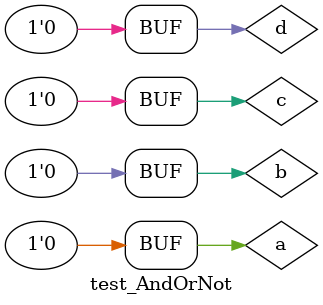
<source format=v>
`timescale 1ns / 1ps


module test_AndOrNot;

	// Inputs
	reg a;
	reg b;
	reg c;
	reg d;

	// Outputs
	wire y;

	// Instantiate the Unit Under Test (UUT)
	AndOrNot uut (
		.a(a), 
		.b(b), 
		.c(c), 
		.d(d), 
		.y(y)
	);

	initial begin
		// Initialize Inputs
		a = 0;
		b = 0;
		c = 0;
		d = 0;

		// Wait 100 ns for global reset to finish
		#100;
        
		// Add stimulus here
	end
      
endmodule


</source>
